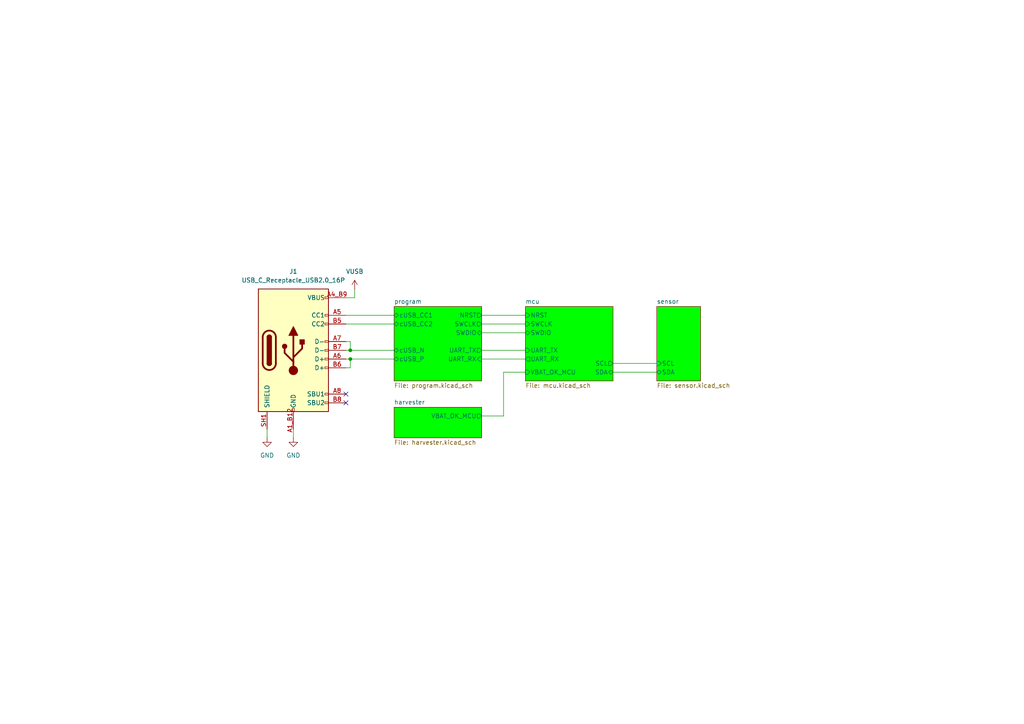
<source format=kicad_sch>
(kicad_sch (version 20250114) (generator "eeschema") (generator_version "9.0")
  (paper "A4")
  (lib_symbols
    (symbol "batteryless:USB_C_Receptacle_USB2.0_16P" (pin_names (offset 1.016))
      (property "Reference" "J" (at 0 22.225 0))
      (property "Value" "USB_C_Receptacle_USB2.0_16P" (at 0 19.685 0))
      (symbol "USB_C_Receptacle_USB2.0_16P_0_0"
        (rectangle (start -0.254 -17.78) (end 0.254 -16.764))
        (rectangle (start 10.16 15.494) (end 9.144 14.986))
        (rectangle (start 10.16 10.414) (end 9.144 9.906))
        (rectangle (start 10.16 7.874) (end 9.144 7.366))
        (rectangle (start 10.16 2.794) (end 9.144 2.286))
        (rectangle (start 10.16 0.254) (end 9.144 -0.254))
        (rectangle (start 10.16 -2.286) (end 9.144 -2.794))
        (rectangle (start 10.16 -4.826) (end 9.144 -5.334))
        (rectangle (start 10.16 -12.446) (end 9.144 -12.954))
        (rectangle (start 10.16 -14.986) (end 9.144 -15.494))
      )
      (symbol "USB_C_Receptacle_USB2.0_16P_0_1"
        (rectangle (start -10.16 17.78) (end 10.16 -17.78) (stroke (width 0.254)) (fill (type background)))
        (polyline (pts (xy -8.89 -3.81) (xy -8.89 3.81)) (stroke (width 0.508)))
        (rectangle (start -7.62 -3.81) (end -6.35 3.81) (stroke (width 0.254)) (fill (type outline)))
        (arc (start -7.62 3.81) (mid -6.985 4.4423) (end -6.35 3.81) (stroke (width 0.254)))
        (arc (start -7.62 3.81) (mid -6.985 4.4423) (end -6.35 3.81) (stroke (width 0.254)) (fill (type outline)))
        (arc (start -8.89 3.81) (mid -6.985 5.7067) (end -5.08 3.81) (stroke (width 0.508)))
        (arc (start -5.08 -3.81) (mid -6.985 -5.7067) (end -8.89 -3.81) (stroke (width 0.508)))
        (arc (start -6.35 -3.81) (mid -6.985 -4.4423) (end -7.62 -3.81) (stroke (width 0.254)))
        (arc (start -6.35 -3.81) (mid -6.985 -4.4423) (end -7.62 -3.81) (stroke (width 0.254)) (fill (type outline)))
        (polyline (pts (xy -5.08 3.81) (xy -5.08 -3.81)) (stroke (width 0.508)))
        (circle (center -2.54 1.143) (radius 0.635) (stroke (width 0.254)) (fill (type outline)))
        (polyline (pts (xy -1.27 4.318) (xy 0 6.858) (xy 1.27 4.318) (xy -1.27 4.318)) (stroke (width 0.254)) (fill (type outline)))
        (polyline (pts (xy 0 -2.032) (xy 2.54 0.508) (xy 2.54 1.778)) (stroke (width 0.508)))
        (polyline (pts (xy 0 -3.302) (xy -2.54 -0.762) (xy -2.54 0.508)) (stroke (width 0.508)))
        (polyline (pts (xy 0 -5.842) (xy 0 4.318)) (stroke (width 0.508)))
        (circle (center 0 -5.842) (radius 1.27) (fill (type outline)))
        (rectangle (start 1.905 1.778) (end 3.175 3.048) (stroke (width 0.254)) (fill (type outline)))
      )
      (symbol "USB_C_Receptacle_USB2.0_16P_1_1"
        (pin passive line (at -7.62 -22.86 90) (length 5.08) (name "SHIELD") (number "SH1"))
        (pin passive line (at -7.62 -22.86 90) (length 5.08) (hide yes) (name "SHIELD") (number "SH2"))
        (pin passive line (at -7.62 -22.86 90) (length 5.08) (hide yes) (name "SHIELD") (number "SH3"))
        (pin passive line (at -7.62 -22.86 90) (length 5.08) (hide yes) (name "SHIELD") (number "SH4"))
        (pin passive line (at 0 -22.86 90) (length 5.08) (name "GND") (number "A1_B12"))
        (pin passive line (at 0 -22.86 90) (length 5.08) (hide yes) (name "GND") (number "B1_A12"))
        (pin passive line (at 15.24 15.24 180) (length 5.08) (name "VBUS") (number "A4_B9"))
        (pin passive line (at 15.24 15.24 180) (length 5.08) (hide yes) (name "VBUS") (number "B4_A9"))
        (pin bidirectional line (at 15.24 10.16 180) (length 5.08) (name "CC1") (number "A5"))
        (pin bidirectional line (at 15.24 7.62 180) (length 5.08) (name "CC2") (number "B5"))
        (pin bidirectional line (at 15.24 2.54 180) (length 5.08) (name "D-") (number "A7"))
        (pin bidirectional line (at 15.24 0 180) (length 5.08) (name "D-") (number "B7"))
        (pin bidirectional line (at 15.24 -2.54 180) (length 5.08) (name "D+") (number "A6"))
        (pin bidirectional line (at 15.24 -5.08 180) (length 5.08) (name "D+") (number "B6"))
        (pin bidirectional line (at 15.24 -12.7 180) (length 5.08) (name "SBU1") (number "A8"))
        (pin bidirectional line (at 15.24 -15.24 180) (length 5.08) (name "SBU2") (number "B8"))
      )
    )
    (symbol "bpower:GND" (power) (pin_numbers (hide yes)) (pin_names (offset 0) (hide yes))
      (property "Value" "GND" (at 0 -3.81 0))
      (symbol "GND_0_1"
        (polyline (pts (xy 0 0) (xy 0 -1.27) (xy 1.27 -1.27) (xy 0 -2.54) (xy -1.27 -1.27) (xy 0 -1.27)))
      )
      (symbol "GND_1_1"
        (pin power_in line (at 0 0 270) (length 0) (name "~") (number "1"))
      )
    )
    (symbol "bpower:VUSB" (power) (pin_numbers (hide yes)) (pin_names (offset 0) (hide yes))
      (property "Value" "VUSB" (at 0 3.556 0))
      (symbol "VUSB_0_1"
        (polyline (pts (xy -0.762 1.27) (xy 0 2.54)))
        (polyline (pts (xy 0 2.54) (xy 0.762 1.27)))
        (polyline (pts (xy 0 0) (xy 0 2.54)))
      )
      (symbol "VUSB_1_1"
        (pin power_in line (at 0 0 90) (length 0) (name "~") (number "1"))
      )
    )
  )
  (junction (at 101.6 104.14))
  (junction (at 101.6 101.6))
  (no_connect (at 100.33 114.3))
  (no_connect (at 100.33 116.84))
  (wire (pts (xy 177.8 105.41) (xy 190.5 105.41)))
  (wire (pts (xy 139.7 101.6) (xy 152.4 101.6)))
  (wire (pts (xy 177.8 107.95) (xy 190.5 107.95)))
  (wire (pts (xy 139.7 120.65) (xy 146.05 120.65)))
  (wire (pts (xy 100.33 99.06) (xy 101.6 99.06)))
  (wire (pts (xy 139.7 104.14) (xy 152.4 104.14)))
  (wire (pts (xy 77.47 124.46) (xy 77.47 127)))
  (wire (pts (xy 101.6 99.06) (xy 101.6 101.6)))
  (wire (pts (xy 100.33 93.98) (xy 114.3 93.98)))
  (wire (pts (xy 102.87 86.36) (xy 100.33 86.36)))
  (wire (pts (xy 102.87 83.82) (xy 102.87 86.36)))
  (wire (pts (xy 100.33 91.44) (xy 114.3 91.44)))
  (wire (pts (xy 101.6 104.14) (xy 114.3 104.14)))
  (wire (pts (xy 85.09 124.46) (xy 85.09 127)))
  (wire (pts (xy 100.33 106.68) (xy 101.6 106.68)))
  (wire (pts (xy 139.7 93.98) (xy 152.4 93.98)))
  (wire (pts (xy 100.33 104.14) (xy 101.6 104.14)))
  (wire (pts (xy 146.05 107.95) (xy 152.4 107.95)))
  (wire (pts (xy 101.6 106.68) (xy 101.6 104.14)))
  (wire (pts (xy 139.7 96.52) (xy 152.4 96.52)))
  (wire (pts (xy 146.05 120.65) (xy 146.05 107.95)))
  (wire (pts (xy 101.6 101.6) (xy 114.3 101.6)))
  (wire (pts (xy 139.7 91.44) (xy 152.4 91.44)))
  (wire (pts (xy 100.33 101.6) (xy 101.6 101.6)))
  (symbol (lib_id "batteryless:USB_C_Receptacle_USB2.0_16P") (at 85.09 101.6 0) (unit 1)
    (property "Reference" "J1" (at 85.09 78.74 0))
    (property "Value" "USB_C_Receptacle_USB2.0_16P" (at 85.09 81.28 0))
    (property "Footprint" "batteryless:GCT_USB4105-GF-A" (effects (hide yes)))
    (property "Datasheet" "https://www.usb.org/sites/default/files/documents/usb_type-c.zip" (effects (hide yes)))
    (property "Description" "USB 2.0-only 16P Type-C Receptacle connector" (effects (hide yes)))
    (property "Part Number" "USB4105-GF-A" (effects (hide yes)))
  )
  (symbol (lib_id "bpower:VUSB") (at 102.87 83.82 0) (unit 1)
    (property "Reference" "#PWR016" (effects (hide yes)))
    (property "Value" "VUSB" (at 102.87 78.74 0))
    (property "Description" "Power symbol creates a global label with name \"VUSB\"" (effects (hide yes)))
  )
  (symbol (lib_id "bpower:GND") (at 85.09 127 0) (unit 1)
    (property "Reference" "#PWR056" (effects (hide yes)))
    (property "Value" "GND" (at 85.09 132.08 0))
    (property "Description" "Power symbol creates a global label with name \"GND\" , ground" (effects (hide yes)))
  )
  (symbol (lib_id "bpower:GND") (at 77.47 127 0) (unit 1)
    (property "Reference" "#PWR055" (effects (hide yes)))
    (property "Value" "GND" (at 77.47 132.08 0))
    (property "Description" "Power symbol creates a global label with name \"GND\" , ground" (effects (hide yes)))
  )
  (sheet (at 114.3 88.9) (size 25.4 21.59) (stroke (width 0.1524)) (fill (color 0 255 0 1.0000))
    (property "Sheetname" "program" (at 114.3 88.1884 0) (effects (justify left bottom)))
    (property "Sheetfile" "program.kicad_sch" (at 114.3 111.0746 0) (effects (justify left top)))
    (pin "cUSB_P" bidirectional (at 114.3 104.14 180))
    (pin "SWDIO" bidirectional (at 139.7 96.52 0))
    (pin "NRST" output (at 139.7 91.44 0))
    (pin "SWCLK" output (at 139.7 93.98 0))
    (pin "UART_TX" output (at 139.7 101.6 0))
    (pin "UART_RX" input (at 139.7 104.14 0))
    (pin "cUSB_N" bidirectional (at 114.3 101.6 180))
    (pin "cUSB_CC2" bidirectional (at 114.3 93.98 180))
    (pin "cUSB_CC1" bidirectional (at 114.3 91.44 180))
  )
  (sheet (at 190.5 88.9) (size 12.7 21.59) (stroke (width 0.1524)) (fill (color 0 255 0 1.0000))
    (property "Sheetname" "sensor" (at 190.5 88.1884 0) (effects (justify left bottom)))
    (property "Sheetfile" "sensor.kicad_sch" (at 190.5 111.0746 0) (effects (justify left top)))
    (pin "SCL" input (at 190.5 105.41 180))
    (pin "SDA" bidirectional (at 190.5 107.95 180))
  )
  (sheet (at 114.3 118.11) (size 25.4 8.89) (stroke (width 0.1524)) (fill (color 0 255 0 1.0000))
    (property "Sheetname" "harvester" (at 114.3 117.3984 0) (effects (justify left bottom)))
    (property "Sheetfile" "harvester.kicad_sch" (at 114.3 127.5846 0) (effects (justify left top)))
    (pin "VBAT_OK_MCU" output (at 139.7 120.65 0))
  )
  (sheet (at 152.4 88.9) (size 25.4 21.59) (stroke (width 0.1524)) (fill (color 0 255 0 1.0000))
    (property "Sheetname" "mcu" (at 152.4 88.1884 0) (effects (justify left bottom)))
    (property "Sheetfile" "mcu.kicad_sch" (at 152.4 111.0746 0) (effects (justify left top)))
    (pin "SDA" bidirectional (at 177.8 107.95 0))
    (pin "SCL" output (at 177.8 105.41 0))
    (pin "SWDIO" bidirectional (at 152.4 96.52 180))
    (pin "NRST" input (at 152.4 91.44 180))
    (pin "SWCLK" input (at 152.4 93.98 180))
    (pin "UART_TX" input (at 152.4 101.6 180))
    (pin "UART_RX" output (at 152.4 104.14 180))
    (pin "VBAT_OK_MCU" input (at 152.4 107.95 180))
  )
)
</source>
